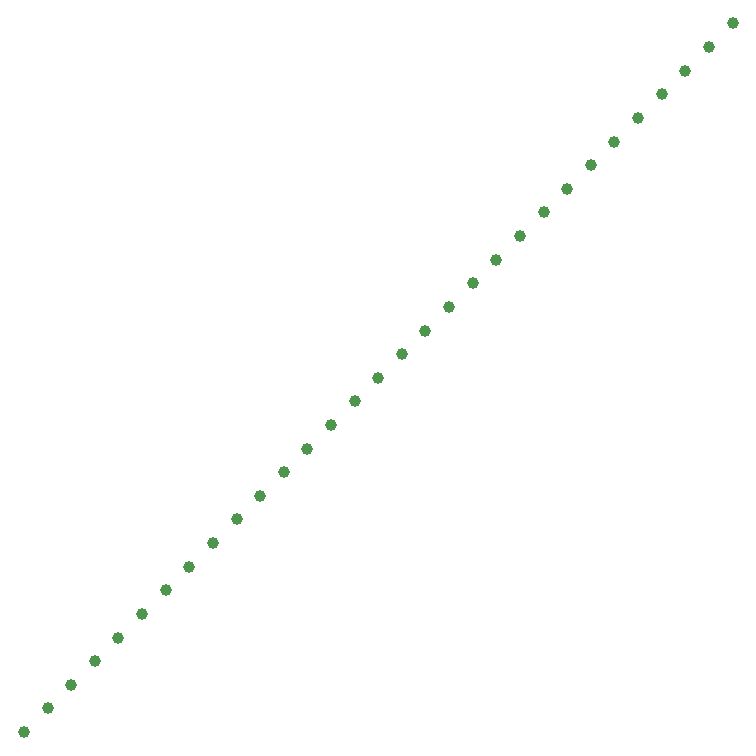
<source format=gbr>
G04 Examples for testing time performance of Gerber parsers*
%FSLAX26Y26*%
%MOMM*%
%ADD10C,1*%
%LPD*%
D10*
X0Y0D03*
X2000000Y2000000D03*
X4000000Y4000000D03*
X6000000Y6000000D03*
X8000000Y8000000D03*
X10000000Y10000000D03*
X12000000Y12000000D03*
X14000000Y14000000D03*
X16000000Y16000000D03*
X18000000Y18000000D03*
X20000000Y20000000D03*
X22000000Y22000000D03*
X24000000Y24000000D03*
X26000000Y26000000D03*
X28000000Y28000000D03*
X30000000Y30000000D03*
X32000000Y32000000D03*
X34000000Y34000000D03*
X36000000Y36000000D03*
X38000000Y38000000D03*
X40000000Y40000000D03*
X42000000Y42000000D03*
X44000000Y44000000D03*
X46000000Y46000000D03*
X48000000Y48000000D03*
X50000000Y50000000D03*
X52000000Y52000000D03*
X54000000Y54000000D03*
X56000000Y56000000D03*
X58000000Y58000000D03*
X60000000Y60000000D03*
M02*

</source>
